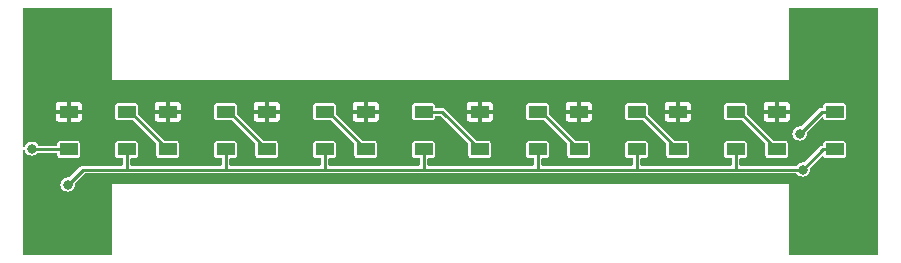
<source format=gbr>
%TF.GenerationSoftware,KiCad,Pcbnew,(6.0.7-1)-1*%
%TF.CreationDate,2022-08-08T08:01:59-05:00*%
%TF.ProjectId,Adafruit NeoPixel 8 Stick,41646166-7275-4697-9420-4e656f506978,rev?*%
%TF.SameCoordinates,Original*%
%TF.FileFunction,Copper,L1,Top*%
%TF.FilePolarity,Positive*%
%FSLAX46Y46*%
G04 Gerber Fmt 4.6, Leading zero omitted, Abs format (unit mm)*
G04 Created by KiCad (PCBNEW (6.0.7-1)-1) date 2022-08-08 08:01:59*
%MOMM*%
%LPD*%
G01*
G04 APERTURE LIST*
%TA.AperFunction,SMDPad,CuDef*%
%ADD10R,1.500000X1.000000*%
%TD*%
%TA.AperFunction,ViaPad*%
%ADD11C,0.800000*%
%TD*%
%TA.AperFunction,Conductor*%
%ADD12C,0.250000*%
%TD*%
G04 APERTURE END LIST*
D10*
%TO.P,D5,1,VDD*%
%TO.N,+5V*%
X166026000Y-109550000D03*
%TO.P,D5,2,DOUT*%
%TO.N,Net-(D5-Pad2)*%
X166026000Y-106350000D03*
%TO.P,D5,3,VSS*%
%TO.N,GND*%
X161126000Y-106350000D03*
%TO.P,D5,4,DIN*%
%TO.N,Net-(D4-Pad2)*%
X161126000Y-109550000D03*
%TD*%
%TO.P,D8,1,VDD*%
%TO.N,+5V*%
X191172000Y-109550000D03*
%TO.P,D8,2,DOUT*%
%TO.N,Net-(CN1-Pad4)*%
X191172000Y-106350000D03*
%TO.P,D8,3,VSS*%
%TO.N,GND*%
X186272000Y-106350000D03*
%TO.P,D8,4,DIN*%
%TO.N,Net-(D7-Pad2)*%
X186272000Y-109550000D03*
%TD*%
%TO.P,D6,1,VDD*%
%TO.N,+5V*%
X174408000Y-109550000D03*
%TO.P,D6,2,DOUT*%
%TO.N,Net-(D6-Pad2)*%
X174408000Y-106350000D03*
%TO.P,D6,3,VSS*%
%TO.N,GND*%
X169508000Y-106350000D03*
%TO.P,D6,4,DIN*%
%TO.N,Net-(D5-Pad2)*%
X169508000Y-109550000D03*
%TD*%
%TO.P,D1,1,VDD*%
%TO.N,+5V*%
X131228000Y-109550000D03*
%TO.P,D1,2,DOUT*%
%TO.N,Net-(D1-Pad2)*%
X131228000Y-106350000D03*
%TO.P,D1,3,VSS*%
%TO.N,GND*%
X126328000Y-106350000D03*
%TO.P,D1,4,DIN*%
%TO.N,/LED DATA*%
X126328000Y-109550000D03*
%TD*%
%TO.P,D7,1,VDD*%
%TO.N,+5V*%
X182790000Y-109550000D03*
%TO.P,D7,2,DOUT*%
%TO.N,Net-(D7-Pad2)*%
X182790000Y-106350000D03*
%TO.P,D7,3,VSS*%
%TO.N,GND*%
X177890000Y-106350000D03*
%TO.P,D7,4,DIN*%
%TO.N,Net-(D6-Pad2)*%
X177890000Y-109550000D03*
%TD*%
%TO.P,D2,1,VDD*%
%TO.N,+5V*%
X139610000Y-109550000D03*
%TO.P,D2,2,DOUT*%
%TO.N,Net-(D2-Pad2)*%
X139610000Y-106350000D03*
%TO.P,D2,3,VSS*%
%TO.N,GND*%
X134710000Y-106350000D03*
%TO.P,D2,4,DIN*%
%TO.N,Net-(D1-Pad2)*%
X134710000Y-109550000D03*
%TD*%
%TO.P,D4,1,VDD*%
%TO.N,+5V*%
X156374000Y-109550000D03*
%TO.P,D4,2,DOUT*%
%TO.N,Net-(D4-Pad2)*%
X156374000Y-106350000D03*
%TO.P,D4,3,VSS*%
%TO.N,GND*%
X151474000Y-106350000D03*
%TO.P,D4,4,DIN*%
%TO.N,Net-(D3-Pad2)*%
X151474000Y-109550000D03*
%TD*%
%TO.P,D3,1,VDD*%
%TO.N,+5V*%
X147992000Y-109550000D03*
%TO.P,D3,2,DOUT*%
%TO.N,Net-(D3-Pad2)*%
X147992000Y-106350000D03*
%TO.P,D3,3,VSS*%
%TO.N,GND*%
X143092000Y-106350000D03*
%TO.P,D3,4,DIN*%
%TO.N,Net-(D2-Pad2)*%
X143092000Y-109550000D03*
%TD*%
D11*
%TO.N,+5V*%
X126238000Y-112522000D03*
X188468000Y-111252000D03*
%TO.N,GND*%
X123190000Y-106426000D03*
%TO.N,Net-(CN1-Pad4)*%
X188214000Y-108204000D03*
%TO.N,/LED DATA*%
X123190000Y-109474000D03*
%TD*%
D12*
%TO.N,+5V*%
X166026000Y-109550000D02*
X166026000Y-111162000D01*
X139610000Y-111162000D02*
X139700000Y-111252000D01*
X127508000Y-111252000D02*
X131318000Y-111252000D01*
X182790000Y-109550000D02*
X182790000Y-111162000D01*
X148082000Y-111252000D02*
X156464000Y-111252000D01*
X166116000Y-111252000D02*
X174498000Y-111252000D01*
X156374000Y-109550000D02*
X156374000Y-111162000D01*
X139700000Y-111252000D02*
X148082000Y-111252000D01*
X126238000Y-112522000D02*
X127508000Y-111252000D01*
X147992000Y-109550000D02*
X147992000Y-111162000D01*
X131318000Y-111252000D02*
X139700000Y-111252000D01*
X156374000Y-111162000D02*
X156464000Y-111252000D01*
X139610000Y-109550000D02*
X139610000Y-111162000D01*
X182880000Y-111252000D02*
X188468000Y-111252000D01*
X190170000Y-109550000D02*
X191172000Y-109550000D01*
X147992000Y-111162000D02*
X148082000Y-111252000D01*
X174498000Y-111252000D02*
X182880000Y-111252000D01*
X156464000Y-111252000D02*
X166116000Y-111252000D01*
X166026000Y-111162000D02*
X166116000Y-111252000D01*
X131228000Y-109550000D02*
X131228000Y-111162000D01*
X174408000Y-111162000D02*
X174498000Y-111252000D01*
X131228000Y-111162000D02*
X131318000Y-111252000D01*
X188468000Y-111252000D02*
X190170000Y-109550000D01*
X174408000Y-109550000D02*
X174408000Y-111162000D01*
X182790000Y-111162000D02*
X182880000Y-111252000D01*
%TO.N,GND*%
X123266000Y-106350000D02*
X123190000Y-106426000D01*
X178726000Y-106350000D02*
X177622000Y-106350000D01*
X126328000Y-106350000D02*
X123266000Y-106350000D01*
%TO.N,Net-(D1-Pad2)*%
X131510000Y-106350000D02*
X134710000Y-109550000D01*
%TO.N,Net-(D2-Pad2)*%
X139892000Y-106350000D02*
X143092000Y-109550000D01*
%TO.N,Net-(D3-Pad2)*%
X148274000Y-106350000D02*
X151474000Y-109550000D01*
%TO.N,Net-(D4-Pad2)*%
X156374000Y-106350000D02*
X157926000Y-106350000D01*
X157926000Y-106350000D02*
X161126000Y-109550000D01*
%TO.N,Net-(D5-Pad2)*%
X166308000Y-106350000D02*
X169508000Y-109550000D01*
%TO.N,Net-(D6-Pad2)*%
X174690000Y-106350000D02*
X177890000Y-109550000D01*
%TO.N,Net-(D7-Pad2)*%
X183072000Y-106350000D02*
X186272000Y-109550000D01*
%TO.N,Net-(CN1-Pad4)*%
X191172000Y-106350000D02*
X190068000Y-106350000D01*
X190068000Y-106350000D02*
X188214000Y-108204000D01*
%TO.N,/LED DATA*%
X123266000Y-109550000D02*
X123190000Y-109474000D01*
X126328000Y-109550000D02*
X123266000Y-109550000D01*
%TD*%
%TA.AperFunction,Conductor*%
%TO.N,GND*%
G36*
X129995638Y-97579093D02*
G01*
X130021358Y-97623642D01*
X130022500Y-97636700D01*
X130022500Y-103626928D01*
X130020399Y-103632000D01*
X130022500Y-103637072D01*
X130028483Y-103651517D01*
X130048000Y-103659601D01*
X130053072Y-103657500D01*
X187282928Y-103657500D01*
X187288000Y-103659601D01*
X187293072Y-103657500D01*
X187307517Y-103651517D01*
X187315601Y-103632000D01*
X187313500Y-103626928D01*
X187313500Y-97636700D01*
X187331093Y-97588362D01*
X187375642Y-97562642D01*
X187388700Y-97561500D01*
X194807300Y-97561500D01*
X194855638Y-97579093D01*
X194881358Y-97623642D01*
X194882500Y-97636700D01*
X194882500Y-118435300D01*
X194864907Y-118483638D01*
X194820358Y-118509358D01*
X194807300Y-118510500D01*
X187388700Y-118510500D01*
X187340362Y-118492907D01*
X187314642Y-118448358D01*
X187313500Y-118435300D01*
X187313500Y-112527072D01*
X187315601Y-112522000D01*
X187307517Y-112502483D01*
X187293072Y-112496500D01*
X187288000Y-112494399D01*
X187282928Y-112496500D01*
X130053072Y-112496500D01*
X130048000Y-112494399D01*
X130042928Y-112496500D01*
X130028483Y-112502483D01*
X130020399Y-112522000D01*
X130022500Y-112527072D01*
X130022500Y-118435300D01*
X130004907Y-118483638D01*
X129960358Y-118509358D01*
X129947300Y-118510500D01*
X122528700Y-118510500D01*
X122480362Y-118492907D01*
X122454642Y-118448358D01*
X122453500Y-118435300D01*
X122453500Y-112522000D01*
X125629091Y-112522000D01*
X125649839Y-112679597D01*
X125710669Y-112826454D01*
X125807436Y-112952564D01*
X125933545Y-113049331D01*
X126006974Y-113079746D01*
X126075854Y-113108277D01*
X126075856Y-113108277D01*
X126080403Y-113110161D01*
X126085281Y-113110803D01*
X126085284Y-113110804D01*
X126233116Y-113130266D01*
X126238000Y-113130909D01*
X126242884Y-113130266D01*
X126390716Y-113110804D01*
X126390719Y-113110803D01*
X126395597Y-113110161D01*
X126400144Y-113108277D01*
X126400146Y-113108277D01*
X126469026Y-113079746D01*
X126542455Y-113049331D01*
X126668564Y-112952564D01*
X126765331Y-112826454D01*
X126826161Y-112679597D01*
X126846909Y-112522000D01*
X126834990Y-112431468D01*
X126846124Y-112381248D01*
X126856373Y-112368479D01*
X127622126Y-111602726D01*
X127668746Y-111580986D01*
X127675300Y-111580700D01*
X131264826Y-111580700D01*
X131277188Y-111582328D01*
X131282552Y-111582797D01*
X131288910Y-111584501D01*
X131329086Y-111580986D01*
X131335640Y-111580700D01*
X139646826Y-111580700D01*
X139659188Y-111582328D01*
X139664552Y-111582797D01*
X139670910Y-111584501D01*
X139711086Y-111580986D01*
X139717640Y-111580700D01*
X148028826Y-111580700D01*
X148041188Y-111582328D01*
X148046552Y-111582797D01*
X148052910Y-111584501D01*
X148093086Y-111580986D01*
X148099640Y-111580700D01*
X156410826Y-111580700D01*
X156423188Y-111582328D01*
X156428552Y-111582797D01*
X156434910Y-111584501D01*
X156475086Y-111580986D01*
X156481640Y-111580700D01*
X166062826Y-111580700D01*
X166075188Y-111582328D01*
X166080552Y-111582797D01*
X166086910Y-111584501D01*
X166127086Y-111580986D01*
X166133640Y-111580700D01*
X174444826Y-111580700D01*
X174457188Y-111582328D01*
X174462552Y-111582797D01*
X174468910Y-111584501D01*
X174509086Y-111580986D01*
X174515640Y-111580700D01*
X182826826Y-111580700D01*
X182839188Y-111582328D01*
X182844552Y-111582797D01*
X182850910Y-111584501D01*
X182891086Y-111580986D01*
X182897640Y-111580700D01*
X187922189Y-111580700D01*
X187970527Y-111598293D01*
X187981847Y-111610119D01*
X188037436Y-111682564D01*
X188163545Y-111779331D01*
X188236974Y-111809746D01*
X188305854Y-111838277D01*
X188305856Y-111838277D01*
X188310403Y-111840161D01*
X188315281Y-111840803D01*
X188315284Y-111840804D01*
X188463116Y-111860266D01*
X188468000Y-111860909D01*
X188472884Y-111860266D01*
X188620716Y-111840804D01*
X188620719Y-111840803D01*
X188625597Y-111840161D01*
X188630144Y-111838277D01*
X188630146Y-111838277D01*
X188699026Y-111809746D01*
X188772455Y-111779331D01*
X188898564Y-111682564D01*
X188995331Y-111556454D01*
X189056161Y-111409597D01*
X189076909Y-111252000D01*
X189064990Y-111161468D01*
X189076124Y-111111248D01*
X189086373Y-111098479D01*
X190101644Y-110083208D01*
X190148264Y-110061468D01*
X190197951Y-110074782D01*
X190224738Y-110115830D01*
X190225840Y-110115373D01*
X190228273Y-110121247D01*
X190228572Y-110121705D01*
X190230119Y-110129480D01*
X190275140Y-110196860D01*
X190342520Y-110241881D01*
X190401936Y-110253700D01*
X191942064Y-110253700D01*
X192001480Y-110241881D01*
X192068860Y-110196860D01*
X192113881Y-110129480D01*
X192123273Y-110082266D01*
X192124979Y-110073689D01*
X192124979Y-110073688D01*
X192125700Y-110070064D01*
X192125700Y-109029936D01*
X192113881Y-108970520D01*
X192068860Y-108903140D01*
X192001480Y-108858119D01*
X191942064Y-108846300D01*
X190401936Y-108846300D01*
X190342520Y-108858119D01*
X190275140Y-108903140D01*
X190230119Y-108970520D01*
X190218300Y-109029936D01*
X190218300Y-109142968D01*
X190200707Y-109191306D01*
X190156158Y-109217026D01*
X190149653Y-109217882D01*
X190147465Y-109218073D01*
X190140910Y-109217500D01*
X190105925Y-109226874D01*
X190101966Y-109227935D01*
X190095560Y-109229355D01*
X190055844Y-109236358D01*
X190050145Y-109239648D01*
X190045104Y-109241483D01*
X190040157Y-109243532D01*
X190035298Y-109245798D01*
X190028942Y-109247501D01*
X190023552Y-109251275D01*
X189995911Y-109270629D01*
X189990380Y-109274153D01*
X189955456Y-109294317D01*
X189951230Y-109299353D01*
X189951228Y-109299355D01*
X189929531Y-109325213D01*
X189925099Y-109330049D01*
X188621521Y-110633627D01*
X188574901Y-110655367D01*
X188558535Y-110655010D01*
X188468000Y-110643091D01*
X188463116Y-110643734D01*
X188315284Y-110663196D01*
X188315281Y-110663197D01*
X188310403Y-110663839D01*
X188305856Y-110665723D01*
X188305854Y-110665723D01*
X188236974Y-110694254D01*
X188163546Y-110724669D01*
X188037436Y-110821436D01*
X188034438Y-110825343D01*
X187981849Y-110893879D01*
X187938466Y-110921517D01*
X187922189Y-110923300D01*
X183193900Y-110923300D01*
X183145562Y-110905707D01*
X183119842Y-110861158D01*
X183118700Y-110848100D01*
X183118700Y-110328900D01*
X183136293Y-110280562D01*
X183180842Y-110254842D01*
X183193900Y-110253700D01*
X183560064Y-110253700D01*
X183619480Y-110241881D01*
X183686860Y-110196860D01*
X183731881Y-110129480D01*
X183741273Y-110082266D01*
X183742979Y-110073689D01*
X183742979Y-110073688D01*
X183743700Y-110070064D01*
X183743700Y-109029936D01*
X183731881Y-108970520D01*
X183686860Y-108903140D01*
X183619480Y-108858119D01*
X183560064Y-108846300D01*
X182019936Y-108846300D01*
X181960520Y-108858119D01*
X181893140Y-108903140D01*
X181848119Y-108970520D01*
X181836300Y-109029936D01*
X181836300Y-110070064D01*
X181837021Y-110073688D01*
X181837021Y-110073689D01*
X181838727Y-110082266D01*
X181848119Y-110129480D01*
X181893140Y-110196860D01*
X181960520Y-110241881D01*
X182019936Y-110253700D01*
X182386100Y-110253700D01*
X182434438Y-110271293D01*
X182460158Y-110315842D01*
X182461300Y-110328900D01*
X182461300Y-110848100D01*
X182443707Y-110896438D01*
X182399158Y-110922158D01*
X182386100Y-110923300D01*
X174811900Y-110923300D01*
X174763562Y-110905707D01*
X174737842Y-110861158D01*
X174736700Y-110848100D01*
X174736700Y-110328900D01*
X174754293Y-110280562D01*
X174798842Y-110254842D01*
X174811900Y-110253700D01*
X175178064Y-110253700D01*
X175237480Y-110241881D01*
X175304860Y-110196860D01*
X175349881Y-110129480D01*
X175359273Y-110082266D01*
X175360979Y-110073689D01*
X175360979Y-110073688D01*
X175361700Y-110070064D01*
X175361700Y-109029936D01*
X175349881Y-108970520D01*
X175304860Y-108903140D01*
X175237480Y-108858119D01*
X175178064Y-108846300D01*
X173637936Y-108846300D01*
X173578520Y-108858119D01*
X173511140Y-108903140D01*
X173466119Y-108970520D01*
X173454300Y-109029936D01*
X173454300Y-110070064D01*
X173455021Y-110073688D01*
X173455021Y-110073689D01*
X173456727Y-110082266D01*
X173466119Y-110129480D01*
X173511140Y-110196860D01*
X173578520Y-110241881D01*
X173637936Y-110253700D01*
X174004100Y-110253700D01*
X174052438Y-110271293D01*
X174078158Y-110315842D01*
X174079300Y-110328900D01*
X174079300Y-110848100D01*
X174061707Y-110896438D01*
X174017158Y-110922158D01*
X174004100Y-110923300D01*
X166429900Y-110923300D01*
X166381562Y-110905707D01*
X166355842Y-110861158D01*
X166354700Y-110848100D01*
X166354700Y-110328900D01*
X166372293Y-110280562D01*
X166416842Y-110254842D01*
X166429900Y-110253700D01*
X166796064Y-110253700D01*
X166855480Y-110241881D01*
X166922860Y-110196860D01*
X166967881Y-110129480D01*
X166977273Y-110082266D01*
X166978979Y-110073689D01*
X166978979Y-110073688D01*
X166979700Y-110070064D01*
X166979700Y-109029936D01*
X166967881Y-108970520D01*
X166922860Y-108903140D01*
X166855480Y-108858119D01*
X166796064Y-108846300D01*
X165255936Y-108846300D01*
X165196520Y-108858119D01*
X165129140Y-108903140D01*
X165084119Y-108970520D01*
X165072300Y-109029936D01*
X165072300Y-110070064D01*
X165073021Y-110073688D01*
X165073021Y-110073689D01*
X165074727Y-110082266D01*
X165084119Y-110129480D01*
X165129140Y-110196860D01*
X165196520Y-110241881D01*
X165255936Y-110253700D01*
X165622100Y-110253700D01*
X165670438Y-110271293D01*
X165696158Y-110315842D01*
X165697300Y-110328900D01*
X165697300Y-110848100D01*
X165679707Y-110896438D01*
X165635158Y-110922158D01*
X165622100Y-110923300D01*
X156777900Y-110923300D01*
X156729562Y-110905707D01*
X156703842Y-110861158D01*
X156702700Y-110848100D01*
X156702700Y-110328900D01*
X156720293Y-110280562D01*
X156764842Y-110254842D01*
X156777900Y-110253700D01*
X157144064Y-110253700D01*
X157203480Y-110241881D01*
X157270860Y-110196860D01*
X157315881Y-110129480D01*
X157325273Y-110082266D01*
X157326979Y-110073689D01*
X157326979Y-110073688D01*
X157327700Y-110070064D01*
X157327700Y-109029936D01*
X157315881Y-108970520D01*
X157270860Y-108903140D01*
X157203480Y-108858119D01*
X157144064Y-108846300D01*
X155603936Y-108846300D01*
X155544520Y-108858119D01*
X155477140Y-108903140D01*
X155432119Y-108970520D01*
X155420300Y-109029936D01*
X155420300Y-110070064D01*
X155421021Y-110073688D01*
X155421021Y-110073689D01*
X155422727Y-110082266D01*
X155432119Y-110129480D01*
X155477140Y-110196860D01*
X155544520Y-110241881D01*
X155603936Y-110253700D01*
X155970100Y-110253700D01*
X156018438Y-110271293D01*
X156044158Y-110315842D01*
X156045300Y-110328900D01*
X156045300Y-110848100D01*
X156027707Y-110896438D01*
X155983158Y-110922158D01*
X155970100Y-110923300D01*
X148395900Y-110923300D01*
X148347562Y-110905707D01*
X148321842Y-110861158D01*
X148320700Y-110848100D01*
X148320700Y-110328900D01*
X148338293Y-110280562D01*
X148382842Y-110254842D01*
X148395900Y-110253700D01*
X148762064Y-110253700D01*
X148821480Y-110241881D01*
X148888860Y-110196860D01*
X148933881Y-110129480D01*
X148943273Y-110082266D01*
X148944979Y-110073689D01*
X148944979Y-110073688D01*
X148945700Y-110070064D01*
X148945700Y-109029936D01*
X148933881Y-108970520D01*
X148888860Y-108903140D01*
X148821480Y-108858119D01*
X148762064Y-108846300D01*
X147221936Y-108846300D01*
X147162520Y-108858119D01*
X147095140Y-108903140D01*
X147050119Y-108970520D01*
X147038300Y-109029936D01*
X147038300Y-110070064D01*
X147039021Y-110073688D01*
X147039021Y-110073689D01*
X147040727Y-110082266D01*
X147050119Y-110129480D01*
X147095140Y-110196860D01*
X147162520Y-110241881D01*
X147221936Y-110253700D01*
X147588100Y-110253700D01*
X147636438Y-110271293D01*
X147662158Y-110315842D01*
X147663300Y-110328900D01*
X147663300Y-110848100D01*
X147645707Y-110896438D01*
X147601158Y-110922158D01*
X147588100Y-110923300D01*
X140013900Y-110923300D01*
X139965562Y-110905707D01*
X139939842Y-110861158D01*
X139938700Y-110848100D01*
X139938700Y-110328900D01*
X139956293Y-110280562D01*
X140000842Y-110254842D01*
X140013900Y-110253700D01*
X140380064Y-110253700D01*
X140439480Y-110241881D01*
X140506860Y-110196860D01*
X140551881Y-110129480D01*
X140561273Y-110082266D01*
X140562979Y-110073689D01*
X140562979Y-110073688D01*
X140563700Y-110070064D01*
X140563700Y-109029936D01*
X140551881Y-108970520D01*
X140506860Y-108903140D01*
X140439480Y-108858119D01*
X140380064Y-108846300D01*
X138839936Y-108846300D01*
X138780520Y-108858119D01*
X138713140Y-108903140D01*
X138668119Y-108970520D01*
X138656300Y-109029936D01*
X138656300Y-110070064D01*
X138657021Y-110073688D01*
X138657021Y-110073689D01*
X138658727Y-110082266D01*
X138668119Y-110129480D01*
X138713140Y-110196860D01*
X138780520Y-110241881D01*
X138839936Y-110253700D01*
X139206100Y-110253700D01*
X139254438Y-110271293D01*
X139280158Y-110315842D01*
X139281300Y-110328900D01*
X139281300Y-110848100D01*
X139263707Y-110896438D01*
X139219158Y-110922158D01*
X139206100Y-110923300D01*
X131631900Y-110923300D01*
X131583562Y-110905707D01*
X131557842Y-110861158D01*
X131556700Y-110848100D01*
X131556700Y-110328900D01*
X131574293Y-110280562D01*
X131618842Y-110254842D01*
X131631900Y-110253700D01*
X131998064Y-110253700D01*
X132057480Y-110241881D01*
X132124860Y-110196860D01*
X132169881Y-110129480D01*
X132179273Y-110082266D01*
X132180979Y-110073689D01*
X132180979Y-110073688D01*
X132181700Y-110070064D01*
X132181700Y-109029936D01*
X132169881Y-108970520D01*
X132124860Y-108903140D01*
X132057480Y-108858119D01*
X131998064Y-108846300D01*
X130457936Y-108846300D01*
X130398520Y-108858119D01*
X130331140Y-108903140D01*
X130286119Y-108970520D01*
X130274300Y-109029936D01*
X130274300Y-110070064D01*
X130275021Y-110073688D01*
X130275021Y-110073689D01*
X130276727Y-110082266D01*
X130286119Y-110129480D01*
X130331140Y-110196860D01*
X130398520Y-110241881D01*
X130457936Y-110253700D01*
X130824100Y-110253700D01*
X130872438Y-110271293D01*
X130898158Y-110315842D01*
X130899300Y-110328900D01*
X130899300Y-110848100D01*
X130881707Y-110896438D01*
X130837158Y-110922158D01*
X130824100Y-110923300D01*
X127525637Y-110923300D01*
X127519082Y-110923014D01*
X127485463Y-110920072D01*
X127485461Y-110920072D01*
X127478910Y-110919499D01*
X127472559Y-110921201D01*
X127472556Y-110921201D01*
X127439959Y-110929936D01*
X127433553Y-110931356D01*
X127393844Y-110938358D01*
X127388145Y-110941648D01*
X127383104Y-110943483D01*
X127378148Y-110945536D01*
X127373297Y-110947798D01*
X127366942Y-110949501D01*
X127361554Y-110953274D01*
X127333907Y-110972632D01*
X127328379Y-110976154D01*
X127293456Y-110996317D01*
X127289225Y-111001359D01*
X127289224Y-111001360D01*
X127267531Y-111027213D01*
X127263099Y-111032049D01*
X126391521Y-111903627D01*
X126344901Y-111925367D01*
X126328535Y-111925010D01*
X126238000Y-111913091D01*
X126233116Y-111913734D01*
X126085284Y-111933196D01*
X126085281Y-111933197D01*
X126080403Y-111933839D01*
X126075856Y-111935723D01*
X126075854Y-111935723D01*
X126006974Y-111964254D01*
X125933546Y-111994669D01*
X125807436Y-112091436D01*
X125710669Y-112217546D01*
X125649839Y-112364403D01*
X125649197Y-112369281D01*
X125649196Y-112369284D01*
X125632725Y-112494399D01*
X125629091Y-112522000D01*
X122453500Y-112522000D01*
X122453500Y-109646705D01*
X122471093Y-109598367D01*
X122515642Y-109572647D01*
X122566300Y-109581580D01*
X122599365Y-109620985D01*
X122601214Y-109626852D01*
X122601839Y-109631597D01*
X122662669Y-109778454D01*
X122759436Y-109904564D01*
X122885545Y-110001331D01*
X122958974Y-110031746D01*
X123027854Y-110060277D01*
X123027856Y-110060277D01*
X123032403Y-110062161D01*
X123037281Y-110062803D01*
X123037284Y-110062804D01*
X123185116Y-110082266D01*
X123190000Y-110082909D01*
X123194884Y-110082266D01*
X123342716Y-110062804D01*
X123342719Y-110062803D01*
X123347597Y-110062161D01*
X123352144Y-110060277D01*
X123352146Y-110060277D01*
X123421026Y-110031746D01*
X123494455Y-110001331D01*
X123620564Y-109904564D01*
X123623518Y-109900714D01*
X123670113Y-109878986D01*
X123676667Y-109878700D01*
X125299100Y-109878700D01*
X125347438Y-109896293D01*
X125373158Y-109940842D01*
X125374300Y-109953900D01*
X125374300Y-110070064D01*
X125375021Y-110073688D01*
X125375021Y-110073689D01*
X125376727Y-110082266D01*
X125386119Y-110129480D01*
X125431140Y-110196860D01*
X125498520Y-110241881D01*
X125557936Y-110253700D01*
X127098064Y-110253700D01*
X127157480Y-110241881D01*
X127224860Y-110196860D01*
X127269881Y-110129480D01*
X127279273Y-110082266D01*
X127280979Y-110073689D01*
X127280979Y-110073688D01*
X127281700Y-110070064D01*
X127281700Y-109029936D01*
X127269881Y-108970520D01*
X127224860Y-108903140D01*
X127157480Y-108858119D01*
X127098064Y-108846300D01*
X125557936Y-108846300D01*
X125498520Y-108858119D01*
X125431140Y-108903140D01*
X125386119Y-108970520D01*
X125374300Y-109029936D01*
X125374300Y-109146100D01*
X125356707Y-109194438D01*
X125312158Y-109220158D01*
X125299100Y-109221300D01*
X123789016Y-109221300D01*
X123740678Y-109203707D01*
X123721975Y-109178200D01*
X123721683Y-109178369D01*
X123720143Y-109175701D01*
X123719542Y-109174882D01*
X123719218Y-109174099D01*
X123719214Y-109174092D01*
X123717331Y-109169546D01*
X123620564Y-109043436D01*
X123602971Y-109029936D01*
X123498362Y-108949667D01*
X123494455Y-108946669D01*
X123379434Y-108899026D01*
X123352146Y-108887723D01*
X123352144Y-108887723D01*
X123347597Y-108885839D01*
X123342719Y-108885197D01*
X123342716Y-108885196D01*
X123194884Y-108865734D01*
X123190000Y-108865091D01*
X123185116Y-108865734D01*
X123037284Y-108885196D01*
X123037281Y-108885197D01*
X123032403Y-108885839D01*
X123027856Y-108887723D01*
X123027854Y-108887723D01*
X122975770Y-108909297D01*
X122885546Y-108946669D01*
X122759436Y-109043436D01*
X122662669Y-109169546D01*
X122601839Y-109316403D01*
X122601249Y-109320885D01*
X122571832Y-109362896D01*
X122522145Y-109376209D01*
X122475525Y-109354469D01*
X122453786Y-109307848D01*
X122453500Y-109301295D01*
X122453500Y-106880880D01*
X125223201Y-106880880D01*
X125223602Y-106886349D01*
X125232615Y-106947584D01*
X125236041Y-106958609D01*
X125282785Y-107053817D01*
X125289919Y-107063782D01*
X125364720Y-107138451D01*
X125374702Y-107145572D01*
X125469995Y-107192152D01*
X125481009Y-107195556D01*
X125541668Y-107204406D01*
X125547101Y-107204800D01*
X126137341Y-107204800D01*
X126147498Y-107201103D01*
X126150600Y-107195731D01*
X126150600Y-107191540D01*
X126505400Y-107191540D01*
X126509097Y-107201697D01*
X126514469Y-107204799D01*
X127108880Y-107204799D01*
X127114349Y-107204398D01*
X127175584Y-107195385D01*
X127186609Y-107191959D01*
X127281817Y-107145215D01*
X127291782Y-107138081D01*
X127366451Y-107063280D01*
X127373572Y-107053298D01*
X127420152Y-106958005D01*
X127423556Y-106946991D01*
X127432406Y-106886332D01*
X127432800Y-106880899D01*
X127432800Y-106870064D01*
X130274300Y-106870064D01*
X130275021Y-106873688D01*
X130275021Y-106873689D01*
X130276455Y-106880899D01*
X130286119Y-106929480D01*
X130331140Y-106996860D01*
X130398520Y-107041881D01*
X130457936Y-107053700D01*
X131717700Y-107053700D01*
X131766038Y-107071293D01*
X131770874Y-107075726D01*
X133734274Y-109039126D01*
X133756014Y-109085746D01*
X133756300Y-109092300D01*
X133756300Y-110070064D01*
X133757021Y-110073688D01*
X133757021Y-110073689D01*
X133758727Y-110082266D01*
X133768119Y-110129480D01*
X133813140Y-110196860D01*
X133880520Y-110241881D01*
X133939936Y-110253700D01*
X135480064Y-110253700D01*
X135539480Y-110241881D01*
X135606860Y-110196860D01*
X135651881Y-110129480D01*
X135661273Y-110082266D01*
X135662979Y-110073689D01*
X135662979Y-110073688D01*
X135663700Y-110070064D01*
X135663700Y-109029936D01*
X135651881Y-108970520D01*
X135606860Y-108903140D01*
X135539480Y-108858119D01*
X135480064Y-108846300D01*
X134502300Y-108846300D01*
X134453962Y-108828707D01*
X134449126Y-108824274D01*
X132505732Y-106880880D01*
X133605201Y-106880880D01*
X133605602Y-106886349D01*
X133614615Y-106947584D01*
X133618041Y-106958609D01*
X133664785Y-107053817D01*
X133671919Y-107063782D01*
X133746720Y-107138451D01*
X133756702Y-107145572D01*
X133851995Y-107192152D01*
X133863009Y-107195556D01*
X133923668Y-107204406D01*
X133929101Y-107204800D01*
X134519341Y-107204800D01*
X134529498Y-107201103D01*
X134532600Y-107195731D01*
X134532600Y-107191540D01*
X134887400Y-107191540D01*
X134891097Y-107201697D01*
X134896469Y-107204799D01*
X135490880Y-107204799D01*
X135496349Y-107204398D01*
X135557584Y-107195385D01*
X135568609Y-107191959D01*
X135663817Y-107145215D01*
X135673782Y-107138081D01*
X135748451Y-107063280D01*
X135755572Y-107053298D01*
X135802152Y-106958005D01*
X135805556Y-106946991D01*
X135814406Y-106886332D01*
X135814800Y-106880899D01*
X135814800Y-106870064D01*
X138656300Y-106870064D01*
X138657021Y-106873688D01*
X138657021Y-106873689D01*
X138658455Y-106880899D01*
X138668119Y-106929480D01*
X138713140Y-106996860D01*
X138780520Y-107041881D01*
X138839936Y-107053700D01*
X140099700Y-107053700D01*
X140148038Y-107071293D01*
X140152874Y-107075726D01*
X142116274Y-109039126D01*
X142138014Y-109085746D01*
X142138300Y-109092300D01*
X142138300Y-110070064D01*
X142139021Y-110073688D01*
X142139021Y-110073689D01*
X142140727Y-110082266D01*
X142150119Y-110129480D01*
X142195140Y-110196860D01*
X142262520Y-110241881D01*
X142321936Y-110253700D01*
X143862064Y-110253700D01*
X143921480Y-110241881D01*
X143988860Y-110196860D01*
X144033881Y-110129480D01*
X144043273Y-110082266D01*
X144044979Y-110073689D01*
X144044979Y-110073688D01*
X144045700Y-110070064D01*
X144045700Y-109029936D01*
X144033881Y-108970520D01*
X143988860Y-108903140D01*
X143921480Y-108858119D01*
X143862064Y-108846300D01*
X142884300Y-108846300D01*
X142835962Y-108828707D01*
X142831126Y-108824274D01*
X140887732Y-106880880D01*
X141987201Y-106880880D01*
X141987602Y-106886349D01*
X141996615Y-106947584D01*
X142000041Y-106958609D01*
X142046785Y-107053817D01*
X142053919Y-107063782D01*
X142128720Y-107138451D01*
X142138702Y-107145572D01*
X142233995Y-107192152D01*
X142245009Y-107195556D01*
X142305668Y-107204406D01*
X142311101Y-107204800D01*
X142901341Y-107204800D01*
X142911498Y-107201103D01*
X142914600Y-107195731D01*
X142914600Y-107191540D01*
X143269400Y-107191540D01*
X143273097Y-107201697D01*
X143278469Y-107204799D01*
X143872880Y-107204799D01*
X143878349Y-107204398D01*
X143939584Y-107195385D01*
X143950609Y-107191959D01*
X144045817Y-107145215D01*
X144055782Y-107138081D01*
X144130451Y-107063280D01*
X144137572Y-107053298D01*
X144184152Y-106958005D01*
X144187556Y-106946991D01*
X144196406Y-106886332D01*
X144196800Y-106880899D01*
X144196800Y-106870064D01*
X147038300Y-106870064D01*
X147039021Y-106873688D01*
X147039021Y-106873689D01*
X147040455Y-106880899D01*
X147050119Y-106929480D01*
X147095140Y-106996860D01*
X147162520Y-107041881D01*
X147221936Y-107053700D01*
X148481700Y-107053700D01*
X148530038Y-107071293D01*
X148534874Y-107075726D01*
X150498274Y-109039126D01*
X150520014Y-109085746D01*
X150520300Y-109092300D01*
X150520300Y-110070064D01*
X150521021Y-110073688D01*
X150521021Y-110073689D01*
X150522727Y-110082266D01*
X150532119Y-110129480D01*
X150577140Y-110196860D01*
X150644520Y-110241881D01*
X150703936Y-110253700D01*
X152244064Y-110253700D01*
X152303480Y-110241881D01*
X152370860Y-110196860D01*
X152415881Y-110129480D01*
X152425273Y-110082266D01*
X152426979Y-110073689D01*
X152426979Y-110073688D01*
X152427700Y-110070064D01*
X152427700Y-109029936D01*
X152415881Y-108970520D01*
X152370860Y-108903140D01*
X152303480Y-108858119D01*
X152244064Y-108846300D01*
X151266300Y-108846300D01*
X151217962Y-108828707D01*
X151213126Y-108824274D01*
X149269732Y-106880880D01*
X150369201Y-106880880D01*
X150369602Y-106886349D01*
X150378615Y-106947584D01*
X150382041Y-106958609D01*
X150428785Y-107053817D01*
X150435919Y-107063782D01*
X150510720Y-107138451D01*
X150520702Y-107145572D01*
X150615995Y-107192152D01*
X150627009Y-107195556D01*
X150687668Y-107204406D01*
X150693101Y-107204800D01*
X151283341Y-107204800D01*
X151293498Y-107201103D01*
X151296600Y-107195731D01*
X151296600Y-107191540D01*
X151651400Y-107191540D01*
X151655097Y-107201697D01*
X151660469Y-107204799D01*
X152254880Y-107204799D01*
X152260349Y-107204398D01*
X152321584Y-107195385D01*
X152332609Y-107191959D01*
X152427817Y-107145215D01*
X152437782Y-107138081D01*
X152512451Y-107063280D01*
X152519572Y-107053298D01*
X152566152Y-106958005D01*
X152569556Y-106946991D01*
X152578406Y-106886332D01*
X152578800Y-106880899D01*
X152578800Y-106870064D01*
X155420300Y-106870064D01*
X155421021Y-106873688D01*
X155421021Y-106873689D01*
X155422455Y-106880899D01*
X155432119Y-106929480D01*
X155477140Y-106996860D01*
X155544520Y-107041881D01*
X155603936Y-107053700D01*
X157144064Y-107053700D01*
X157203480Y-107041881D01*
X157270860Y-106996860D01*
X157315881Y-106929480D01*
X157325545Y-106880899D01*
X157326979Y-106873689D01*
X157326979Y-106873688D01*
X157327700Y-106870064D01*
X157327700Y-106753900D01*
X157345293Y-106705562D01*
X157389842Y-106679842D01*
X157402900Y-106678700D01*
X157758700Y-106678700D01*
X157807038Y-106696293D01*
X157811874Y-106700726D01*
X160150274Y-109039126D01*
X160172014Y-109085746D01*
X160172300Y-109092300D01*
X160172300Y-110070064D01*
X160173021Y-110073688D01*
X160173021Y-110073689D01*
X160174727Y-110082266D01*
X160184119Y-110129480D01*
X160229140Y-110196860D01*
X160296520Y-110241881D01*
X160355936Y-110253700D01*
X161896064Y-110253700D01*
X161955480Y-110241881D01*
X162022860Y-110196860D01*
X162067881Y-110129480D01*
X162077273Y-110082266D01*
X162078979Y-110073689D01*
X162078979Y-110073688D01*
X162079700Y-110070064D01*
X162079700Y-109029936D01*
X162067881Y-108970520D01*
X162022860Y-108903140D01*
X161955480Y-108858119D01*
X161896064Y-108846300D01*
X160918300Y-108846300D01*
X160869962Y-108828707D01*
X160865126Y-108824274D01*
X158921732Y-106880880D01*
X160021201Y-106880880D01*
X160021602Y-106886349D01*
X160030615Y-106947584D01*
X160034041Y-106958609D01*
X160080785Y-107053817D01*
X160087919Y-107063782D01*
X160162720Y-107138451D01*
X160172702Y-107145572D01*
X160267995Y-107192152D01*
X160279009Y-107195556D01*
X160339668Y-107204406D01*
X160345101Y-107204800D01*
X160935341Y-107204800D01*
X160945498Y-107201103D01*
X160948600Y-107195731D01*
X160948600Y-107191540D01*
X161303400Y-107191540D01*
X161307097Y-107201697D01*
X161312469Y-107204799D01*
X161906880Y-107204799D01*
X161912349Y-107204398D01*
X161973584Y-107195385D01*
X161984609Y-107191959D01*
X162079817Y-107145215D01*
X162089782Y-107138081D01*
X162164451Y-107063280D01*
X162171572Y-107053298D01*
X162218152Y-106958005D01*
X162221556Y-106946991D01*
X162230406Y-106886332D01*
X162230800Y-106880899D01*
X162230800Y-106870064D01*
X165072300Y-106870064D01*
X165073021Y-106873688D01*
X165073021Y-106873689D01*
X165074455Y-106880899D01*
X165084119Y-106929480D01*
X165129140Y-106996860D01*
X165196520Y-107041881D01*
X165255936Y-107053700D01*
X166515700Y-107053700D01*
X166564038Y-107071293D01*
X166568874Y-107075726D01*
X168532274Y-109039126D01*
X168554014Y-109085746D01*
X168554300Y-109092300D01*
X168554300Y-110070064D01*
X168555021Y-110073688D01*
X168555021Y-110073689D01*
X168556727Y-110082266D01*
X168566119Y-110129480D01*
X168611140Y-110196860D01*
X168678520Y-110241881D01*
X168737936Y-110253700D01*
X170278064Y-110253700D01*
X170337480Y-110241881D01*
X170404860Y-110196860D01*
X170449881Y-110129480D01*
X170459273Y-110082266D01*
X170460979Y-110073689D01*
X170460979Y-110073688D01*
X170461700Y-110070064D01*
X170461700Y-109029936D01*
X170449881Y-108970520D01*
X170404860Y-108903140D01*
X170337480Y-108858119D01*
X170278064Y-108846300D01*
X169300300Y-108846300D01*
X169251962Y-108828707D01*
X169247126Y-108824274D01*
X167303732Y-106880880D01*
X168403201Y-106880880D01*
X168403602Y-106886349D01*
X168412615Y-106947584D01*
X168416041Y-106958609D01*
X168462785Y-107053817D01*
X168469919Y-107063782D01*
X168544720Y-107138451D01*
X168554702Y-107145572D01*
X168649995Y-107192152D01*
X168661009Y-107195556D01*
X168721668Y-107204406D01*
X168727101Y-107204800D01*
X169317341Y-107204800D01*
X169327498Y-107201103D01*
X169330600Y-107195731D01*
X169330600Y-107191540D01*
X169685400Y-107191540D01*
X169689097Y-107201697D01*
X169694469Y-107204799D01*
X170288880Y-107204799D01*
X170294349Y-107204398D01*
X170355584Y-107195385D01*
X170366609Y-107191959D01*
X170461817Y-107145215D01*
X170471782Y-107138081D01*
X170546451Y-107063280D01*
X170553572Y-107053298D01*
X170600152Y-106958005D01*
X170603556Y-106946991D01*
X170612406Y-106886332D01*
X170612800Y-106880899D01*
X170612800Y-106870064D01*
X173454300Y-106870064D01*
X173455021Y-106873688D01*
X173455021Y-106873689D01*
X173456455Y-106880899D01*
X173466119Y-106929480D01*
X173511140Y-106996860D01*
X173578520Y-107041881D01*
X173637936Y-107053700D01*
X174897700Y-107053700D01*
X174946038Y-107071293D01*
X174950874Y-107075726D01*
X176914274Y-109039126D01*
X176936014Y-109085746D01*
X176936300Y-109092300D01*
X176936300Y-110070064D01*
X176937021Y-110073688D01*
X176937021Y-110073689D01*
X176938727Y-110082266D01*
X176948119Y-110129480D01*
X176993140Y-110196860D01*
X177060520Y-110241881D01*
X177119936Y-110253700D01*
X178660064Y-110253700D01*
X178719480Y-110241881D01*
X178786860Y-110196860D01*
X178831881Y-110129480D01*
X178841273Y-110082266D01*
X178842979Y-110073689D01*
X178842979Y-110073688D01*
X178843700Y-110070064D01*
X178843700Y-109029936D01*
X178831881Y-108970520D01*
X178786860Y-108903140D01*
X178719480Y-108858119D01*
X178660064Y-108846300D01*
X177682300Y-108846300D01*
X177633962Y-108828707D01*
X177629126Y-108824274D01*
X175685732Y-106880880D01*
X176785201Y-106880880D01*
X176785602Y-106886349D01*
X176794615Y-106947584D01*
X176798041Y-106958609D01*
X176844785Y-107053817D01*
X176851919Y-107063782D01*
X176926720Y-107138451D01*
X176936702Y-107145572D01*
X177031995Y-107192152D01*
X177043009Y-107195556D01*
X177103668Y-107204406D01*
X177109101Y-107204800D01*
X177699341Y-107204800D01*
X177709498Y-107201103D01*
X177712600Y-107195731D01*
X177712600Y-107191540D01*
X178067400Y-107191540D01*
X178071097Y-107201697D01*
X178076469Y-107204799D01*
X178670880Y-107204799D01*
X178676349Y-107204398D01*
X178737584Y-107195385D01*
X178748609Y-107191959D01*
X178843817Y-107145215D01*
X178853782Y-107138081D01*
X178928451Y-107063280D01*
X178935572Y-107053298D01*
X178982152Y-106958005D01*
X178985556Y-106946991D01*
X178994406Y-106886332D01*
X178994800Y-106880899D01*
X178994800Y-106870064D01*
X181836300Y-106870064D01*
X181837021Y-106873688D01*
X181837021Y-106873689D01*
X181838455Y-106880899D01*
X181848119Y-106929480D01*
X181893140Y-106996860D01*
X181960520Y-107041881D01*
X182019936Y-107053700D01*
X183279700Y-107053700D01*
X183328038Y-107071293D01*
X183332874Y-107075726D01*
X185296274Y-109039126D01*
X185318014Y-109085746D01*
X185318300Y-109092300D01*
X185318300Y-110070064D01*
X185319021Y-110073688D01*
X185319021Y-110073689D01*
X185320727Y-110082266D01*
X185330119Y-110129480D01*
X185375140Y-110196860D01*
X185442520Y-110241881D01*
X185501936Y-110253700D01*
X187042064Y-110253700D01*
X187101480Y-110241881D01*
X187168860Y-110196860D01*
X187213881Y-110129480D01*
X187223273Y-110082266D01*
X187224979Y-110073689D01*
X187224979Y-110073688D01*
X187225700Y-110070064D01*
X187225700Y-109029936D01*
X187213881Y-108970520D01*
X187168860Y-108903140D01*
X187101480Y-108858119D01*
X187042064Y-108846300D01*
X186064300Y-108846300D01*
X186015962Y-108828707D01*
X186011126Y-108824274D01*
X185390852Y-108204000D01*
X187605091Y-108204000D01*
X187625839Y-108361597D01*
X187686669Y-108508454D01*
X187783436Y-108634564D01*
X187909545Y-108731331D01*
X187982974Y-108761746D01*
X188051854Y-108790277D01*
X188051856Y-108790277D01*
X188056403Y-108792161D01*
X188061281Y-108792803D01*
X188061284Y-108792804D01*
X188209116Y-108812266D01*
X188214000Y-108812909D01*
X188218884Y-108812266D01*
X188366716Y-108792804D01*
X188366719Y-108792803D01*
X188371597Y-108792161D01*
X188376144Y-108790277D01*
X188376146Y-108790277D01*
X188445026Y-108761746D01*
X188518455Y-108731331D01*
X188644564Y-108634564D01*
X188741331Y-108508454D01*
X188802161Y-108361597D01*
X188822909Y-108204000D01*
X188810990Y-108113468D01*
X188822124Y-108063248D01*
X188832373Y-108050479D01*
X190089926Y-106792926D01*
X190136546Y-106771186D01*
X190186233Y-106784500D01*
X190215738Y-106826637D01*
X190218300Y-106846100D01*
X190218300Y-106870064D01*
X190219021Y-106873688D01*
X190219021Y-106873689D01*
X190220455Y-106880899D01*
X190230119Y-106929480D01*
X190275140Y-106996860D01*
X190342520Y-107041881D01*
X190401936Y-107053700D01*
X191942064Y-107053700D01*
X192001480Y-107041881D01*
X192068860Y-106996860D01*
X192113881Y-106929480D01*
X192123545Y-106880899D01*
X192124979Y-106873689D01*
X192124979Y-106873688D01*
X192125700Y-106870064D01*
X192125700Y-105829936D01*
X192123549Y-105819120D01*
X192115326Y-105777786D01*
X192113881Y-105770520D01*
X192068860Y-105703140D01*
X192001480Y-105658119D01*
X191942064Y-105646300D01*
X190401936Y-105646300D01*
X190342520Y-105658119D01*
X190275140Y-105703140D01*
X190230119Y-105770520D01*
X190228674Y-105777786D01*
X190220452Y-105819120D01*
X190218300Y-105829936D01*
X190218300Y-105946100D01*
X190200707Y-105994438D01*
X190156158Y-106020158D01*
X190143100Y-106021300D01*
X190085640Y-106021300D01*
X190079086Y-106021014D01*
X190045464Y-106018072D01*
X190045462Y-106018072D01*
X190038910Y-106017499D01*
X190003512Y-106026984D01*
X189999959Y-106027936D01*
X189993553Y-106029356D01*
X189953844Y-106036358D01*
X189948145Y-106039648D01*
X189943104Y-106041483D01*
X189938148Y-106043536D01*
X189933297Y-106045798D01*
X189926942Y-106047501D01*
X189921554Y-106051274D01*
X189893907Y-106070632D01*
X189888379Y-106074154D01*
X189853456Y-106094317D01*
X189849226Y-106099358D01*
X189849224Y-106099360D01*
X189827531Y-106125213D01*
X189823099Y-106130049D01*
X188367521Y-107585627D01*
X188320901Y-107607367D01*
X188304535Y-107607010D01*
X188214000Y-107595091D01*
X188209116Y-107595734D01*
X188061284Y-107615196D01*
X188061281Y-107615197D01*
X188056403Y-107615839D01*
X188051856Y-107617723D01*
X188051854Y-107617723D01*
X187982975Y-107646254D01*
X187909546Y-107676669D01*
X187783436Y-107773436D01*
X187686669Y-107899546D01*
X187625839Y-108046403D01*
X187625197Y-108051281D01*
X187625196Y-108051284D01*
X187606221Y-108195418D01*
X187605091Y-108204000D01*
X185390852Y-108204000D01*
X184067732Y-106880880D01*
X185167201Y-106880880D01*
X185167602Y-106886349D01*
X185176615Y-106947584D01*
X185180041Y-106958609D01*
X185226785Y-107053817D01*
X185233919Y-107063782D01*
X185308720Y-107138451D01*
X185318702Y-107145572D01*
X185413995Y-107192152D01*
X185425009Y-107195556D01*
X185485668Y-107204406D01*
X185491101Y-107204800D01*
X186081341Y-107204800D01*
X186091498Y-107201103D01*
X186094600Y-107195731D01*
X186094600Y-107191540D01*
X186449400Y-107191540D01*
X186453097Y-107201697D01*
X186458469Y-107204799D01*
X187052880Y-107204799D01*
X187058349Y-107204398D01*
X187119584Y-107195385D01*
X187130609Y-107191959D01*
X187225817Y-107145215D01*
X187235782Y-107138081D01*
X187310451Y-107063280D01*
X187317572Y-107053298D01*
X187364152Y-106958005D01*
X187367556Y-106946991D01*
X187376406Y-106886332D01*
X187376800Y-106880899D01*
X187376800Y-106540659D01*
X187373103Y-106530502D01*
X187367731Y-106527400D01*
X186462659Y-106527400D01*
X186452502Y-106531097D01*
X186449400Y-106536469D01*
X186449400Y-107191540D01*
X186094600Y-107191540D01*
X186094600Y-106540659D01*
X186090903Y-106530502D01*
X186085531Y-106527400D01*
X185180460Y-106527400D01*
X185170303Y-106531097D01*
X185167201Y-106536469D01*
X185167201Y-106880880D01*
X184067732Y-106880880D01*
X183765726Y-106578874D01*
X183743986Y-106532254D01*
X183743700Y-106525700D01*
X183743700Y-106159341D01*
X185167200Y-106159341D01*
X185170897Y-106169498D01*
X185176269Y-106172600D01*
X186081341Y-106172600D01*
X186091498Y-106168903D01*
X186094600Y-106163531D01*
X186094600Y-106159341D01*
X186449400Y-106159341D01*
X186453097Y-106169498D01*
X186458469Y-106172600D01*
X187363540Y-106172600D01*
X187373697Y-106168903D01*
X187376799Y-106163531D01*
X187376799Y-105819120D01*
X187376398Y-105813651D01*
X187367385Y-105752416D01*
X187363959Y-105741391D01*
X187317215Y-105646183D01*
X187310081Y-105636218D01*
X187235280Y-105561549D01*
X187225298Y-105554428D01*
X187130005Y-105507848D01*
X187118991Y-105504444D01*
X187058332Y-105495594D01*
X187052899Y-105495200D01*
X186462659Y-105495200D01*
X186452502Y-105498897D01*
X186449400Y-105504269D01*
X186449400Y-106159341D01*
X186094600Y-106159341D01*
X186094600Y-105508460D01*
X186090903Y-105498303D01*
X186085531Y-105495201D01*
X185491120Y-105495201D01*
X185485651Y-105495602D01*
X185424416Y-105504615D01*
X185413391Y-105508041D01*
X185318183Y-105554785D01*
X185308218Y-105561919D01*
X185233549Y-105636720D01*
X185226428Y-105646702D01*
X185179848Y-105741995D01*
X185176444Y-105753009D01*
X185167594Y-105813668D01*
X185167200Y-105819101D01*
X185167200Y-106159341D01*
X183743700Y-106159341D01*
X183743700Y-105829936D01*
X183741549Y-105819120D01*
X183733326Y-105777786D01*
X183731881Y-105770520D01*
X183686860Y-105703140D01*
X183619480Y-105658119D01*
X183560064Y-105646300D01*
X182019936Y-105646300D01*
X181960520Y-105658119D01*
X181893140Y-105703140D01*
X181848119Y-105770520D01*
X181846674Y-105777786D01*
X181838452Y-105819120D01*
X181836300Y-105829936D01*
X181836300Y-106870064D01*
X178994800Y-106870064D01*
X178994800Y-106540659D01*
X178991103Y-106530502D01*
X178985731Y-106527400D01*
X178080659Y-106527400D01*
X178070502Y-106531097D01*
X178067400Y-106536469D01*
X178067400Y-107191540D01*
X177712600Y-107191540D01*
X177712600Y-106540659D01*
X177708903Y-106530502D01*
X177703531Y-106527400D01*
X176798460Y-106527400D01*
X176788303Y-106531097D01*
X176785201Y-106536469D01*
X176785201Y-106880880D01*
X175685732Y-106880880D01*
X175383726Y-106578874D01*
X175361986Y-106532254D01*
X175361700Y-106525700D01*
X175361700Y-106159341D01*
X176785200Y-106159341D01*
X176788897Y-106169498D01*
X176794269Y-106172600D01*
X177699341Y-106172600D01*
X177709498Y-106168903D01*
X177712600Y-106163531D01*
X177712600Y-106159341D01*
X178067400Y-106159341D01*
X178071097Y-106169498D01*
X178076469Y-106172600D01*
X178981540Y-106172600D01*
X178991697Y-106168903D01*
X178994799Y-106163531D01*
X178994799Y-105819120D01*
X178994398Y-105813651D01*
X178985385Y-105752416D01*
X178981959Y-105741391D01*
X178935215Y-105646183D01*
X178928081Y-105636218D01*
X178853280Y-105561549D01*
X178843298Y-105554428D01*
X178748005Y-105507848D01*
X178736991Y-105504444D01*
X178676332Y-105495594D01*
X178670899Y-105495200D01*
X178080659Y-105495200D01*
X178070502Y-105498897D01*
X178067400Y-105504269D01*
X178067400Y-106159341D01*
X177712600Y-106159341D01*
X177712600Y-105508460D01*
X177708903Y-105498303D01*
X177703531Y-105495201D01*
X177109120Y-105495201D01*
X177103651Y-105495602D01*
X177042416Y-105504615D01*
X177031391Y-105508041D01*
X176936183Y-105554785D01*
X176926218Y-105561919D01*
X176851549Y-105636720D01*
X176844428Y-105646702D01*
X176797848Y-105741995D01*
X176794444Y-105753009D01*
X176785594Y-105813668D01*
X176785200Y-105819101D01*
X176785200Y-106159341D01*
X175361700Y-106159341D01*
X175361700Y-105829936D01*
X175359549Y-105819120D01*
X175351326Y-105777786D01*
X175349881Y-105770520D01*
X175304860Y-105703140D01*
X175237480Y-105658119D01*
X175178064Y-105646300D01*
X173637936Y-105646300D01*
X173578520Y-105658119D01*
X173511140Y-105703140D01*
X173466119Y-105770520D01*
X173464674Y-105777786D01*
X173456452Y-105819120D01*
X173454300Y-105829936D01*
X173454300Y-106870064D01*
X170612800Y-106870064D01*
X170612800Y-106540659D01*
X170609103Y-106530502D01*
X170603731Y-106527400D01*
X169698659Y-106527400D01*
X169688502Y-106531097D01*
X169685400Y-106536469D01*
X169685400Y-107191540D01*
X169330600Y-107191540D01*
X169330600Y-106540659D01*
X169326903Y-106530502D01*
X169321531Y-106527400D01*
X168416460Y-106527400D01*
X168406303Y-106531097D01*
X168403201Y-106536469D01*
X168403201Y-106880880D01*
X167303732Y-106880880D01*
X167001726Y-106578874D01*
X166979986Y-106532254D01*
X166979700Y-106525700D01*
X166979700Y-106159341D01*
X168403200Y-106159341D01*
X168406897Y-106169498D01*
X168412269Y-106172600D01*
X169317341Y-106172600D01*
X169327498Y-106168903D01*
X169330600Y-106163531D01*
X169330600Y-106159341D01*
X169685400Y-106159341D01*
X169689097Y-106169498D01*
X169694469Y-106172600D01*
X170599540Y-106172600D01*
X170609697Y-106168903D01*
X170612799Y-106163531D01*
X170612799Y-105819120D01*
X170612398Y-105813651D01*
X170603385Y-105752416D01*
X170599959Y-105741391D01*
X170553215Y-105646183D01*
X170546081Y-105636218D01*
X170471280Y-105561549D01*
X170461298Y-105554428D01*
X170366005Y-105507848D01*
X170354991Y-105504444D01*
X170294332Y-105495594D01*
X170288899Y-105495200D01*
X169698659Y-105495200D01*
X169688502Y-105498897D01*
X169685400Y-105504269D01*
X169685400Y-106159341D01*
X169330600Y-106159341D01*
X169330600Y-105508460D01*
X169326903Y-105498303D01*
X169321531Y-105495201D01*
X168727120Y-105495201D01*
X168721651Y-105495602D01*
X168660416Y-105504615D01*
X168649391Y-105508041D01*
X168554183Y-105554785D01*
X168544218Y-105561919D01*
X168469549Y-105636720D01*
X168462428Y-105646702D01*
X168415848Y-105741995D01*
X168412444Y-105753009D01*
X168403594Y-105813668D01*
X168403200Y-105819101D01*
X168403200Y-106159341D01*
X166979700Y-106159341D01*
X166979700Y-105829936D01*
X166977549Y-105819120D01*
X166969326Y-105777786D01*
X166967881Y-105770520D01*
X166922860Y-105703140D01*
X166855480Y-105658119D01*
X166796064Y-105646300D01*
X165255936Y-105646300D01*
X165196520Y-105658119D01*
X165129140Y-105703140D01*
X165084119Y-105770520D01*
X165082674Y-105777786D01*
X165074452Y-105819120D01*
X165072300Y-105829936D01*
X165072300Y-106870064D01*
X162230800Y-106870064D01*
X162230800Y-106540659D01*
X162227103Y-106530502D01*
X162221731Y-106527400D01*
X161316659Y-106527400D01*
X161306502Y-106531097D01*
X161303400Y-106536469D01*
X161303400Y-107191540D01*
X160948600Y-107191540D01*
X160948600Y-106540659D01*
X160944903Y-106530502D01*
X160939531Y-106527400D01*
X160034460Y-106527400D01*
X160024303Y-106531097D01*
X160021201Y-106536469D01*
X160021201Y-106880880D01*
X158921732Y-106880880D01*
X158200193Y-106159341D01*
X160021200Y-106159341D01*
X160024897Y-106169498D01*
X160030269Y-106172600D01*
X160935341Y-106172600D01*
X160945498Y-106168903D01*
X160948600Y-106163531D01*
X160948600Y-106159341D01*
X161303400Y-106159341D01*
X161307097Y-106169498D01*
X161312469Y-106172600D01*
X162217540Y-106172600D01*
X162227697Y-106168903D01*
X162230799Y-106163531D01*
X162230799Y-105819120D01*
X162230398Y-105813651D01*
X162221385Y-105752416D01*
X162217959Y-105741391D01*
X162171215Y-105646183D01*
X162164081Y-105636218D01*
X162089280Y-105561549D01*
X162079298Y-105554428D01*
X161984005Y-105507848D01*
X161972991Y-105504444D01*
X161912332Y-105495594D01*
X161906899Y-105495200D01*
X161316659Y-105495200D01*
X161306502Y-105498897D01*
X161303400Y-105504269D01*
X161303400Y-106159341D01*
X160948600Y-106159341D01*
X160948600Y-105508460D01*
X160944903Y-105498303D01*
X160939531Y-105495201D01*
X160345120Y-105495201D01*
X160339651Y-105495602D01*
X160278416Y-105504615D01*
X160267391Y-105508041D01*
X160172183Y-105554785D01*
X160162218Y-105561919D01*
X160087549Y-105636720D01*
X160080428Y-105646702D01*
X160033848Y-105741995D01*
X160030444Y-105753009D01*
X160021594Y-105813668D01*
X160021200Y-105819101D01*
X160021200Y-106159341D01*
X158200193Y-106159341D01*
X158170905Y-106130053D01*
X158166472Y-106125216D01*
X158144774Y-106099358D01*
X158140544Y-106094317D01*
X158105621Y-106074154D01*
X158100093Y-106070632D01*
X158072446Y-106051274D01*
X158067058Y-106047501D01*
X158060703Y-106045798D01*
X158055852Y-106043536D01*
X158050896Y-106041483D01*
X158045855Y-106039648D01*
X158040156Y-106036358D01*
X158000447Y-106029356D01*
X157994041Y-106027936D01*
X157990488Y-106026984D01*
X157955090Y-106017499D01*
X157948538Y-106018072D01*
X157948536Y-106018072D01*
X157914914Y-106021014D01*
X157908360Y-106021300D01*
X157402900Y-106021300D01*
X157354562Y-106003707D01*
X157328842Y-105959158D01*
X157327700Y-105946100D01*
X157327700Y-105829936D01*
X157325549Y-105819120D01*
X157317326Y-105777786D01*
X157315881Y-105770520D01*
X157270860Y-105703140D01*
X157203480Y-105658119D01*
X157144064Y-105646300D01*
X155603936Y-105646300D01*
X155544520Y-105658119D01*
X155477140Y-105703140D01*
X155432119Y-105770520D01*
X155430674Y-105777786D01*
X155422452Y-105819120D01*
X155420300Y-105829936D01*
X155420300Y-106870064D01*
X152578800Y-106870064D01*
X152578800Y-106540659D01*
X152575103Y-106530502D01*
X152569731Y-106527400D01*
X151664659Y-106527400D01*
X151654502Y-106531097D01*
X151651400Y-106536469D01*
X151651400Y-107191540D01*
X151296600Y-107191540D01*
X151296600Y-106540659D01*
X151292903Y-106530502D01*
X151287531Y-106527400D01*
X150382460Y-106527400D01*
X150372303Y-106531097D01*
X150369201Y-106536469D01*
X150369201Y-106880880D01*
X149269732Y-106880880D01*
X148967726Y-106578874D01*
X148945986Y-106532254D01*
X148945700Y-106525700D01*
X148945700Y-106159341D01*
X150369200Y-106159341D01*
X150372897Y-106169498D01*
X150378269Y-106172600D01*
X151283341Y-106172600D01*
X151293498Y-106168903D01*
X151296600Y-106163531D01*
X151296600Y-106159341D01*
X151651400Y-106159341D01*
X151655097Y-106169498D01*
X151660469Y-106172600D01*
X152565540Y-106172600D01*
X152575697Y-106168903D01*
X152578799Y-106163531D01*
X152578799Y-105819120D01*
X152578398Y-105813651D01*
X152569385Y-105752416D01*
X152565959Y-105741391D01*
X152519215Y-105646183D01*
X152512081Y-105636218D01*
X152437280Y-105561549D01*
X152427298Y-105554428D01*
X152332005Y-105507848D01*
X152320991Y-105504444D01*
X152260332Y-105495594D01*
X152254899Y-105495200D01*
X151664659Y-105495200D01*
X151654502Y-105498897D01*
X151651400Y-105504269D01*
X151651400Y-106159341D01*
X151296600Y-106159341D01*
X151296600Y-105508460D01*
X151292903Y-105498303D01*
X151287531Y-105495201D01*
X150693120Y-105495201D01*
X150687651Y-105495602D01*
X150626416Y-105504615D01*
X150615391Y-105508041D01*
X150520183Y-105554785D01*
X150510218Y-105561919D01*
X150435549Y-105636720D01*
X150428428Y-105646702D01*
X150381848Y-105741995D01*
X150378444Y-105753009D01*
X150369594Y-105813668D01*
X150369200Y-105819101D01*
X150369200Y-106159341D01*
X148945700Y-106159341D01*
X148945700Y-105829936D01*
X148943549Y-105819120D01*
X148935326Y-105777786D01*
X148933881Y-105770520D01*
X148888860Y-105703140D01*
X148821480Y-105658119D01*
X148762064Y-105646300D01*
X147221936Y-105646300D01*
X147162520Y-105658119D01*
X147095140Y-105703140D01*
X147050119Y-105770520D01*
X147048674Y-105777786D01*
X147040452Y-105819120D01*
X147038300Y-105829936D01*
X147038300Y-106870064D01*
X144196800Y-106870064D01*
X144196800Y-106540659D01*
X144193103Y-106530502D01*
X144187731Y-106527400D01*
X143282659Y-106527400D01*
X143272502Y-106531097D01*
X143269400Y-106536469D01*
X143269400Y-107191540D01*
X142914600Y-107191540D01*
X142914600Y-106540659D01*
X142910903Y-106530502D01*
X142905531Y-106527400D01*
X142000460Y-106527400D01*
X141990303Y-106531097D01*
X141987201Y-106536469D01*
X141987201Y-106880880D01*
X140887732Y-106880880D01*
X140585726Y-106578874D01*
X140563986Y-106532254D01*
X140563700Y-106525700D01*
X140563700Y-106159341D01*
X141987200Y-106159341D01*
X141990897Y-106169498D01*
X141996269Y-106172600D01*
X142901341Y-106172600D01*
X142911498Y-106168903D01*
X142914600Y-106163531D01*
X142914600Y-106159341D01*
X143269400Y-106159341D01*
X143273097Y-106169498D01*
X143278469Y-106172600D01*
X144183540Y-106172600D01*
X144193697Y-106168903D01*
X144196799Y-106163531D01*
X144196799Y-105819120D01*
X144196398Y-105813651D01*
X144187385Y-105752416D01*
X144183959Y-105741391D01*
X144137215Y-105646183D01*
X144130081Y-105636218D01*
X144055280Y-105561549D01*
X144045298Y-105554428D01*
X143950005Y-105507848D01*
X143938991Y-105504444D01*
X143878332Y-105495594D01*
X143872899Y-105495200D01*
X143282659Y-105495200D01*
X143272502Y-105498897D01*
X143269400Y-105504269D01*
X143269400Y-106159341D01*
X142914600Y-106159341D01*
X142914600Y-105508460D01*
X142910903Y-105498303D01*
X142905531Y-105495201D01*
X142311120Y-105495201D01*
X142305651Y-105495602D01*
X142244416Y-105504615D01*
X142233391Y-105508041D01*
X142138183Y-105554785D01*
X142128218Y-105561919D01*
X142053549Y-105636720D01*
X142046428Y-105646702D01*
X141999848Y-105741995D01*
X141996444Y-105753009D01*
X141987594Y-105813668D01*
X141987200Y-105819101D01*
X141987200Y-106159341D01*
X140563700Y-106159341D01*
X140563700Y-105829936D01*
X140561549Y-105819120D01*
X140553326Y-105777786D01*
X140551881Y-105770520D01*
X140506860Y-105703140D01*
X140439480Y-105658119D01*
X140380064Y-105646300D01*
X138839936Y-105646300D01*
X138780520Y-105658119D01*
X138713140Y-105703140D01*
X138668119Y-105770520D01*
X138666674Y-105777786D01*
X138658452Y-105819120D01*
X138656300Y-105829936D01*
X138656300Y-106870064D01*
X135814800Y-106870064D01*
X135814800Y-106540659D01*
X135811103Y-106530502D01*
X135805731Y-106527400D01*
X134900659Y-106527400D01*
X134890502Y-106531097D01*
X134887400Y-106536469D01*
X134887400Y-107191540D01*
X134532600Y-107191540D01*
X134532600Y-106540659D01*
X134528903Y-106530502D01*
X134523531Y-106527400D01*
X133618460Y-106527400D01*
X133608303Y-106531097D01*
X133605201Y-106536469D01*
X133605201Y-106880880D01*
X132505732Y-106880880D01*
X132203726Y-106578874D01*
X132181986Y-106532254D01*
X132181700Y-106525700D01*
X132181700Y-106159341D01*
X133605200Y-106159341D01*
X133608897Y-106169498D01*
X133614269Y-106172600D01*
X134519341Y-106172600D01*
X134529498Y-106168903D01*
X134532600Y-106163531D01*
X134532600Y-106159341D01*
X134887400Y-106159341D01*
X134891097Y-106169498D01*
X134896469Y-106172600D01*
X135801540Y-106172600D01*
X135811697Y-106168903D01*
X135814799Y-106163531D01*
X135814799Y-105819120D01*
X135814398Y-105813651D01*
X135805385Y-105752416D01*
X135801959Y-105741391D01*
X135755215Y-105646183D01*
X135748081Y-105636218D01*
X135673280Y-105561549D01*
X135663298Y-105554428D01*
X135568005Y-105507848D01*
X135556991Y-105504444D01*
X135496332Y-105495594D01*
X135490899Y-105495200D01*
X134900659Y-105495200D01*
X134890502Y-105498897D01*
X134887400Y-105504269D01*
X134887400Y-106159341D01*
X134532600Y-106159341D01*
X134532600Y-105508460D01*
X134528903Y-105498303D01*
X134523531Y-105495201D01*
X133929120Y-105495201D01*
X133923651Y-105495602D01*
X133862416Y-105504615D01*
X133851391Y-105508041D01*
X133756183Y-105554785D01*
X133746218Y-105561919D01*
X133671549Y-105636720D01*
X133664428Y-105646702D01*
X133617848Y-105741995D01*
X133614444Y-105753009D01*
X133605594Y-105813668D01*
X133605200Y-105819101D01*
X133605200Y-106159341D01*
X132181700Y-106159341D01*
X132181700Y-105829936D01*
X132179549Y-105819120D01*
X132171326Y-105777786D01*
X132169881Y-105770520D01*
X132124860Y-105703140D01*
X132057480Y-105658119D01*
X131998064Y-105646300D01*
X130457936Y-105646300D01*
X130398520Y-105658119D01*
X130331140Y-105703140D01*
X130286119Y-105770520D01*
X130284674Y-105777786D01*
X130276452Y-105819120D01*
X130274300Y-105829936D01*
X130274300Y-106870064D01*
X127432800Y-106870064D01*
X127432800Y-106540659D01*
X127429103Y-106530502D01*
X127423731Y-106527400D01*
X126518659Y-106527400D01*
X126508502Y-106531097D01*
X126505400Y-106536469D01*
X126505400Y-107191540D01*
X126150600Y-107191540D01*
X126150600Y-106540659D01*
X126146903Y-106530502D01*
X126141531Y-106527400D01*
X125236460Y-106527400D01*
X125226303Y-106531097D01*
X125223201Y-106536469D01*
X125223201Y-106880880D01*
X122453500Y-106880880D01*
X122453500Y-106159341D01*
X125223200Y-106159341D01*
X125226897Y-106169498D01*
X125232269Y-106172600D01*
X126137341Y-106172600D01*
X126147498Y-106168903D01*
X126150600Y-106163531D01*
X126150600Y-106159341D01*
X126505400Y-106159341D01*
X126509097Y-106169498D01*
X126514469Y-106172600D01*
X127419540Y-106172600D01*
X127429697Y-106168903D01*
X127432799Y-106163531D01*
X127432799Y-105819120D01*
X127432398Y-105813651D01*
X127423385Y-105752416D01*
X127419959Y-105741391D01*
X127373215Y-105646183D01*
X127366081Y-105636218D01*
X127291280Y-105561549D01*
X127281298Y-105554428D01*
X127186005Y-105507848D01*
X127174991Y-105504444D01*
X127114332Y-105495594D01*
X127108899Y-105495200D01*
X126518659Y-105495200D01*
X126508502Y-105498897D01*
X126505400Y-105504269D01*
X126505400Y-106159341D01*
X126150600Y-106159341D01*
X126150600Y-105508460D01*
X126146903Y-105498303D01*
X126141531Y-105495201D01*
X125547120Y-105495201D01*
X125541651Y-105495602D01*
X125480416Y-105504615D01*
X125469391Y-105508041D01*
X125374183Y-105554785D01*
X125364218Y-105561919D01*
X125289549Y-105636720D01*
X125282428Y-105646702D01*
X125235848Y-105741995D01*
X125232444Y-105753009D01*
X125223594Y-105813668D01*
X125223200Y-105819101D01*
X125223200Y-106159341D01*
X122453500Y-106159341D01*
X122453500Y-97636700D01*
X122471093Y-97588362D01*
X122515642Y-97562642D01*
X122528700Y-97561500D01*
X129947300Y-97561500D01*
X129995638Y-97579093D01*
G37*
%TD.AperFunction*%
%TD*%
M02*

</source>
